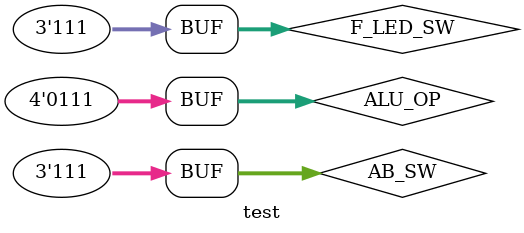
<source format=v>
`timescale 1ns / 1ps


module test;

	// Inputs
	reg [2:0] AB_SW;
	reg [3:0] ALU_OP;
	reg [2:0] F_LED_SW;

	// Outputs
	wire [7:0] LED;

	// Instantiate the Unit Under Test (UUT)
	top uut (
		.AB_SW(AB_SW), 
		.ALU_OP(ALU_OP), 
		.F_LED_SW(F_LED_SW), 
		.LED(LED)
	);

	initial begin
		// Initialize Inputs
		AB_SW = 0;
		ALU_OP = 0;
		F_LED_SW = 0;

		// Wait 100 ns for global reset to finish
		#100;
      AB_SW = 3'b000; ALU_OP=4'b0000;F_LED_SW=3'b000;
		#100;
      AB_SW = 3'b001; ALU_OP=4'b0001;F_LED_SW=3'b001;
		#100;
      AB_SW = 3'b010; ALU_OP=4'b0010;F_LED_SW=3'b010;
		#100;
      AB_SW = 3'b011; ALU_OP=4'b0011;F_LED_SW=3'b011;
		#100;
      AB_SW = 3'b100; ALU_OP=4'b0100;F_LED_SW=3'b100;
		#100;
      AB_SW = 3'b101; ALU_OP=4'b0101;F_LED_SW=3'b101;
		#100;
      AB_SW = 3'b110; ALU_OP=4'b0110;F_LED_SW=3'b110;
		#100;
      AB_SW = 3'b111; ALU_OP=4'b0111;F_LED_SW=3'b111;
		#100;
		// Add stimulus here

	end
      
endmodule


</source>
